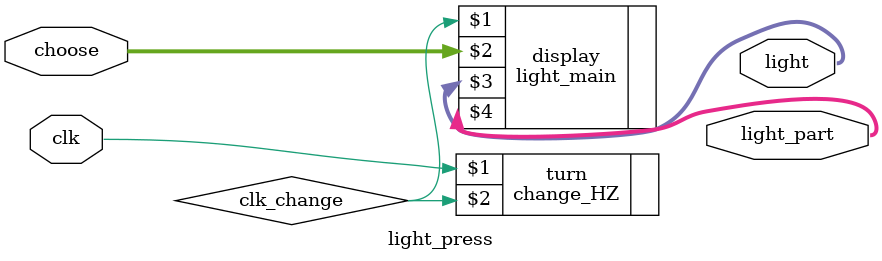
<source format=v>
`timescale 1ns / 1ps


module light_press(
    input clk,
    input  [3:0] choose,
    output [7:0] light,
    output  [7:0] light_part
    );
    
    change_HZ turn(clk,clk_change);
    light_main display(clk_change,choose,light,light_part);
endmodule

</source>
